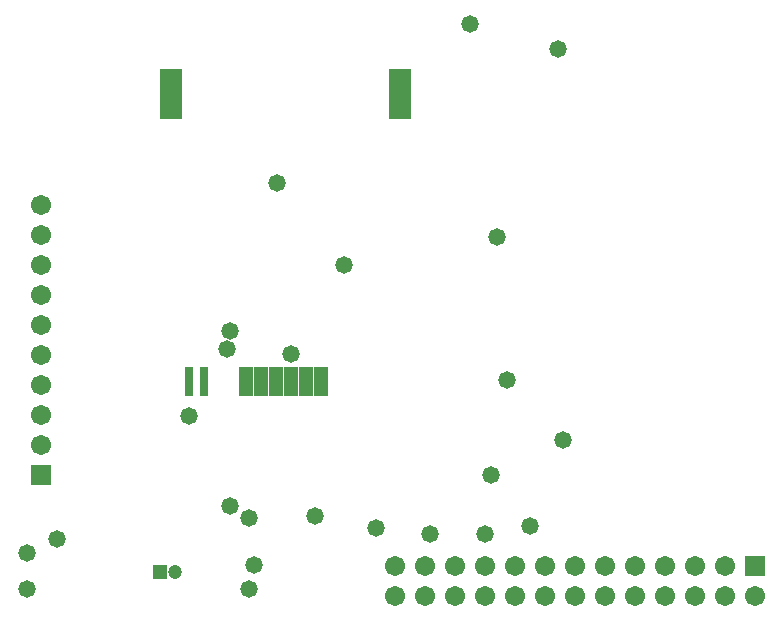
<source format=gbs>
G04 Layer_Color=16711935*
%FSLAX44Y44*%
%MOMM*%
G71*
G01*
G75*
%ADD54R,1.7032X1.7032*%
%ADD55C,1.7032*%
%ADD56R,1.7032X1.7032*%
%ADD57C,1.2032*%
%ADD58R,1.2032X1.2032*%
%ADD59C,1.4732*%
G36*
X510032Y437290D02*
X498444D01*
Y462026D01*
X510032D01*
Y437290D01*
D02*
G37*
G36*
X433832Y461772D02*
X433832Y437388D01*
X427228Y437388D01*
X427228Y461772D01*
X433832Y461772D01*
D02*
G37*
G36*
X484378Y437290D02*
X473044D01*
X473044Y461772D01*
X484378D01*
X484378Y437290D01*
D02*
G37*
G36*
X535432Y437134D02*
X523734Y437134D01*
Y462026D01*
X535432Y462026D01*
Y437134D01*
D02*
G37*
G36*
X420878D02*
X414274D01*
Y462026D01*
X420878D01*
Y437134D01*
D02*
G37*
G36*
X412242Y672084D02*
X392938D01*
Y714248D01*
X412242D01*
Y672084D01*
D02*
G37*
G36*
X606044D02*
X587248D01*
Y713994D01*
X606044D01*
Y672084D01*
D02*
G37*
G36*
X522732Y437388D02*
X511048Y437388D01*
X511048Y462026D01*
X522732Y462026D01*
X522732Y437388D01*
D02*
G37*
G36*
X471678Y437388D02*
X460502D01*
Y461772D01*
X471678D01*
Y437388D01*
D02*
G37*
G36*
X497332D02*
X485744D01*
Y461772D01*
X497332D01*
Y437388D01*
D02*
G37*
D54*
X897128Y293370D02*
D03*
D55*
Y267970D02*
D03*
X871728Y293370D02*
D03*
Y267970D02*
D03*
X846328Y293370D02*
D03*
Y267970D02*
D03*
X820928Y293370D02*
D03*
Y267970D02*
D03*
X795528Y293370D02*
D03*
Y267970D02*
D03*
X770128Y293370D02*
D03*
Y267970D02*
D03*
X744728Y293370D02*
D03*
Y267970D02*
D03*
X719328Y293370D02*
D03*
Y267970D02*
D03*
X693928Y293370D02*
D03*
Y267970D02*
D03*
X668528Y293370D02*
D03*
Y267970D02*
D03*
X643128Y293370D02*
D03*
Y267970D02*
D03*
X617728Y293370D02*
D03*
Y267970D02*
D03*
X592328Y293370D02*
D03*
Y267970D02*
D03*
X292354Y421640D02*
D03*
Y599440D02*
D03*
Y574040D02*
D03*
Y548640D02*
D03*
Y523240D02*
D03*
Y497840D02*
D03*
Y472440D02*
D03*
Y447040D02*
D03*
Y396240D02*
D03*
D56*
Y370840D02*
D03*
D57*
X406146Y288544D02*
D03*
D58*
X393446D02*
D03*
D59*
X686816Y450680D02*
D03*
X472440Y294640D02*
D03*
X280924Y304800D02*
D03*
X306070Y316738D02*
D03*
X468630Y274320D02*
D03*
X280924D02*
D03*
X524624Y335534D02*
D03*
X706628Y327152D02*
D03*
X452780Y344515D02*
D03*
X452120Y492760D02*
D03*
X450342Y477520D02*
D03*
X621538Y320802D02*
D03*
X668528D02*
D03*
X504190Y472948D02*
D03*
X678688Y572262D02*
D03*
X492610Y617490D02*
D03*
X734568Y400050D02*
D03*
X673862Y370840D02*
D03*
X656082Y752602D02*
D03*
X729996Y731520D02*
D03*
X468630Y334264D02*
D03*
X576072Y325374D02*
D03*
X417540Y420680D02*
D03*
X548640Y548640D02*
D03*
M02*

</source>
